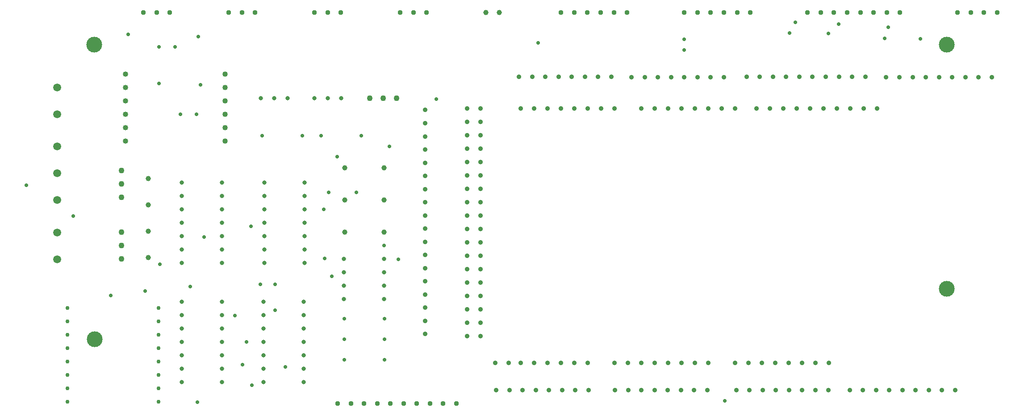
<source format=gbr>
%TF.GenerationSoftware,KiCad,Pcbnew,8.0.6*%
%TF.CreationDate,2024-12-20T15:34:35+02:00*%
%TF.ProjectId,Control_PCB,436f6e74-726f-46c5-9f50-43422e6b6963,rev?*%
%TF.SameCoordinates,Original*%
%TF.FileFunction,Plated,1,2,PTH,Drill*%
%TF.FilePolarity,Positive*%
%FSLAX46Y46*%
G04 Gerber Fmt 4.6, Leading zero omitted, Abs format (unit mm)*
G04 Created by KiCad (PCBNEW 8.0.6) date 2024-12-20 15:34:35*
%MOMM*%
%LPD*%
G01*
G04 APERTURE LIST*
%TA.AperFunction,ViaDrill*%
%ADD10C,0.700000*%
%TD*%
%TA.AperFunction,ComponentDrill*%
%ADD11C,0.700000*%
%TD*%
%TA.AperFunction,ComponentDrill*%
%ADD12C,0.762000*%
%TD*%
%TA.AperFunction,ComponentDrill*%
%ADD13C,0.800000*%
%TD*%
%TA.AperFunction,ComponentDrill*%
%ADD14C,0.900000*%
%TD*%
%TA.AperFunction,ComponentDrill*%
%ADD15C,0.950000*%
%TD*%
%TA.AperFunction,ComponentDrill*%
%ADD16C,1.000000*%
%TD*%
%TA.AperFunction,ComponentDrill*%
%ADD17C,1.016000*%
%TD*%
%TA.AperFunction,ComponentDrill*%
%ADD18C,1.100000*%
%TD*%
%TA.AperFunction,ComponentDrill*%
%ADD19C,1.520000*%
%TD*%
%TA.AperFunction,ViaDrill*%
%ADD20C,3.000000*%
%TD*%
G04 APERTURE END LIST*
D10*
X42870000Y-85542000D03*
X51816000Y-91440000D03*
X58928000Y-106532000D03*
X62230000Y-56950000D03*
X65452896Y-105664000D03*
X68072000Y-59358000D03*
X68072000Y-66260000D03*
X68220000Y-100584000D03*
X71120000Y-59358000D03*
X72136000Y-72136000D03*
X74000000Y-104768000D03*
X75184000Y-72136000D03*
X75300000Y-126700000D03*
X75470000Y-57410000D03*
X75949962Y-66540000D03*
X76600000Y-95430000D03*
X82390000Y-110310000D03*
X83900000Y-119600000D03*
X84599000Y-115316916D03*
X85440000Y-93390000D03*
X85609968Y-123532066D03*
X87280000Y-104350000D03*
X90070000Y-104360000D03*
X90070000Y-109270000D03*
X91990000Y-120030000D03*
X99270000Y-90126000D03*
X99469999Y-99457158D03*
X100200000Y-86900000D03*
X100823458Y-102855458D03*
X101800000Y-80200000D03*
X105500000Y-86900000D03*
X110700000Y-97000000D03*
X111760000Y-78232000D03*
X113400000Y-99600000D03*
X120650000Y-69280000D03*
X139921099Y-58561886D03*
X167640000Y-57912000D03*
X167640000Y-59944000D03*
X175340000Y-126490000D03*
X187600000Y-56710000D03*
X188710000Y-54660000D03*
X194940000Y-56820000D03*
X196880000Y-55020000D03*
X205627137Y-57747303D03*
X206310000Y-55610000D03*
X212430000Y-57820000D03*
D11*
%TO.C,R4*%
X87630000Y-76200000D03*
X95250000Y-76200000D03*
%TO.C,R5*%
X98806000Y-76200000D03*
%TO.C,R1*%
X103180000Y-110900000D03*
%TO.C,R2*%
X103180000Y-114800000D03*
%TO.C,R3*%
X103180000Y-118700000D03*
%TO.C,R5*%
X106426000Y-76200000D03*
%TO.C,R1*%
X110800000Y-110900000D03*
%TO.C,R2*%
X110800000Y-114800000D03*
%TO.C,R3*%
X110800000Y-118700000D03*
D12*
%TO.C,J100*%
X50673000Y-108839000D03*
X50673000Y-111379000D03*
X50673000Y-113919000D03*
X50673000Y-116459000D03*
X50673000Y-118999000D03*
X50673000Y-121539000D03*
X50673000Y-124079000D03*
X50673000Y-126619000D03*
%TO.C,J101*%
X67945000Y-108839000D03*
X67945000Y-111379000D03*
X67945000Y-113919000D03*
X67945000Y-116459000D03*
X67945000Y-118999000D03*
X67945000Y-121539000D03*
X67945000Y-124079000D03*
X67945000Y-126619000D03*
D13*
%TO.C,U5*%
X72363762Y-85108000D03*
X72363762Y-87648000D03*
X72363762Y-90188000D03*
X72363762Y-92728000D03*
X72363762Y-95268000D03*
X72363762Y-97808000D03*
X72363762Y-100348000D03*
%TO.C,U10*%
X72384000Y-107653000D03*
X72384000Y-110193000D03*
X72384000Y-112733000D03*
X72384000Y-115273000D03*
X72384000Y-117813000D03*
X72384000Y-120353000D03*
X72384000Y-122893000D03*
%TO.C,U5*%
X79983762Y-85108000D03*
X79983762Y-87648000D03*
X79983762Y-90188000D03*
X79983762Y-92728000D03*
X79983762Y-95268000D03*
X79983762Y-97808000D03*
X79983762Y-100348000D03*
%TO.C,U10*%
X80004000Y-107653000D03*
X80004000Y-110193000D03*
X80004000Y-112733000D03*
X80004000Y-115273000D03*
X80004000Y-117813000D03*
X80004000Y-120353000D03*
X80004000Y-122893000D03*
%TO.C,Q1*%
X87376000Y-69088000D03*
%TO.C,U11*%
X87884000Y-107653000D03*
X87884000Y-110193000D03*
X87884000Y-112733000D03*
X87884000Y-115273000D03*
X87884000Y-117813000D03*
X87884000Y-120353000D03*
X87884000Y-122893000D03*
%TO.C,U7*%
X87983762Y-85108000D03*
X87983762Y-87648000D03*
X87983762Y-90188000D03*
X87983762Y-92728000D03*
X87983762Y-95268000D03*
X87983762Y-97808000D03*
X87983762Y-100348000D03*
%TO.C,Q1*%
X89916000Y-69088000D03*
X92456000Y-69088000D03*
%TO.C,U11*%
X95504000Y-107653000D03*
X95504000Y-110193000D03*
X95504000Y-112733000D03*
X95504000Y-115273000D03*
X95504000Y-117813000D03*
X95504000Y-120353000D03*
X95504000Y-122893000D03*
%TO.C,U7*%
X95603762Y-85108000D03*
X95603762Y-87648000D03*
X95603762Y-90188000D03*
X95603762Y-92728000D03*
X95603762Y-95268000D03*
X95603762Y-97808000D03*
X95603762Y-100348000D03*
%TO.C,Q2*%
X97536000Y-69088000D03*
X100076000Y-69088000D03*
X102616000Y-69088000D03*
%TO.C,U9*%
X103124000Y-99568000D03*
X103124000Y-102108000D03*
X103124000Y-104648000D03*
X103124000Y-107188000D03*
X110744000Y-99568000D03*
X110744000Y-102108000D03*
X110744000Y-104648000D03*
X110744000Y-107188000D03*
D14*
%TO.C,J34*%
X118477365Y-71312000D03*
%TO.C,J35*%
X118477365Y-73812000D03*
%TO.C,J36*%
X118477365Y-76312000D03*
%TO.C,J37*%
X118477365Y-78812000D03*
%TO.C,J38*%
X118477365Y-81312000D03*
%TO.C,J39*%
X118477365Y-83812000D03*
%TO.C,J40*%
X118477365Y-86312000D03*
%TO.C,J41*%
X118477365Y-88812000D03*
%TO.C,J42*%
X118477365Y-91312000D03*
%TO.C,J43*%
X118477365Y-93812000D03*
%TO.C,J44*%
X118477365Y-96312000D03*
%TO.C,J45*%
X118477365Y-98812000D03*
%TO.C,J46*%
X118477365Y-101312000D03*
%TO.C,J47*%
X118477365Y-103812000D03*
%TO.C,J48*%
X118477365Y-106312000D03*
%TO.C,J49*%
X118477365Y-108812000D03*
%TO.C,J50*%
X118477365Y-111312000D03*
%TO.C,J51*%
X118477365Y-113812000D03*
%TO.C,A1*%
X126464143Y-71027000D03*
X126464143Y-73567000D03*
X126464143Y-76107000D03*
X126464143Y-78647000D03*
X126464143Y-81187000D03*
X126464143Y-83727000D03*
X126464143Y-86267000D03*
X126464143Y-88807000D03*
X126464143Y-91347000D03*
X126464143Y-93887000D03*
X126464143Y-96427000D03*
X126464143Y-98967000D03*
X126464143Y-101507000D03*
X126464143Y-104047000D03*
X126464143Y-106587000D03*
X126464143Y-109127000D03*
X126464143Y-111667000D03*
X126464143Y-114207000D03*
X129004143Y-71027000D03*
X129004143Y-73567000D03*
X129004143Y-76107000D03*
X129004143Y-78647000D03*
X129004143Y-81187000D03*
X129004143Y-83727000D03*
X129004143Y-86267000D03*
X129004143Y-88807000D03*
X129004143Y-91347000D03*
X129004143Y-93887000D03*
X129004143Y-96427000D03*
X129004143Y-98967000D03*
X129004143Y-101507000D03*
X129004143Y-104047000D03*
X129004143Y-106587000D03*
X129004143Y-109127000D03*
X129004143Y-111667000D03*
X129004143Y-114207000D03*
X131798143Y-119287000D03*
%TO.C,J33*%
X131984143Y-124424000D03*
%TO.C,A1*%
X134338143Y-119287000D03*
%TO.C,J32*%
X134484143Y-124424000D03*
%TO.C,J70*%
X136278000Y-64998000D03*
%TO.C,A1*%
X136624143Y-71027000D03*
X136624143Y-119287000D03*
%TO.C,J31*%
X136984143Y-124424000D03*
%TO.C,J71*%
X138778000Y-64998000D03*
%TO.C,A1*%
X139164143Y-71027000D03*
X139164143Y-119287000D03*
%TO.C,J30*%
X139484143Y-124424000D03*
%TO.C,J72*%
X141278000Y-64998000D03*
%TO.C,A1*%
X141704143Y-71027000D03*
X141704143Y-119287000D03*
%TO.C,J29*%
X141984143Y-124424000D03*
%TO.C,J73*%
X143778000Y-64998000D03*
%TO.C,A1*%
X144244143Y-71027000D03*
X144244143Y-119287000D03*
%TO.C,J28*%
X144484143Y-124424000D03*
%TO.C,J74*%
X146278000Y-64998000D03*
%TO.C,A1*%
X146784143Y-71027000D03*
X146784143Y-119287000D03*
%TO.C,J27*%
X146984143Y-124424000D03*
%TO.C,J75*%
X148778000Y-64998000D03*
%TO.C,A1*%
X149324143Y-71027000D03*
X149324143Y-119287000D03*
%TO.C,J26*%
X149484143Y-124424000D03*
%TO.C,J76*%
X151278000Y-64998000D03*
%TO.C,A1*%
X151864143Y-71027000D03*
%TO.C,J77*%
X153778000Y-64998000D03*
%TO.C,A1*%
X154404143Y-71027000D03*
X154404143Y-119287000D03*
%TO.C,J25*%
X154484143Y-124424000D03*
%TO.C,A1*%
X156944143Y-119287000D03*
%TO.C,J24*%
X156984143Y-124424000D03*
%TO.C,J69*%
X157614000Y-65078000D03*
%TO.C,A1*%
X159484143Y-71027000D03*
X159484143Y-119287000D03*
%TO.C,J23*%
X159484143Y-124424000D03*
%TO.C,J68*%
X160114000Y-65078000D03*
%TO.C,J22*%
X161984143Y-124424000D03*
%TO.C,A1*%
X162024143Y-71027000D03*
X162024143Y-119287000D03*
%TO.C,J67*%
X162614000Y-65078000D03*
%TO.C,J21*%
X164484143Y-124424000D03*
%TO.C,A1*%
X164564143Y-71027000D03*
X164564143Y-119287000D03*
%TO.C,J66*%
X165114000Y-65078000D03*
%TO.C,J20*%
X166984143Y-124424000D03*
%TO.C,A1*%
X167104143Y-71027000D03*
X167104143Y-119287000D03*
%TO.C,J65*%
X167614000Y-65078000D03*
%TO.C,J19*%
X169484143Y-124424000D03*
%TO.C,A1*%
X169644143Y-71027000D03*
X169644143Y-119287000D03*
%TO.C,J64*%
X170114000Y-65078000D03*
%TO.C,J18*%
X171984143Y-124424000D03*
%TO.C,A1*%
X172184143Y-71027000D03*
X172184143Y-119287000D03*
%TO.C,J63*%
X172614000Y-65078000D03*
%TO.C,A1*%
X174724143Y-71027000D03*
%TO.C,J62*%
X175114000Y-65078000D03*
%TO.C,A1*%
X177264143Y-71027000D03*
X177264143Y-119287000D03*
%TO.C,J17*%
X177484143Y-124424000D03*
%TO.C,J61*%
X179444000Y-65024000D03*
%TO.C,A1*%
X179804143Y-119287000D03*
%TO.C,J16*%
X179984143Y-124424000D03*
%TO.C,A1*%
X181328143Y-71027000D03*
%TO.C,J60*%
X181944000Y-65024000D03*
%TO.C,A1*%
X182344143Y-119287000D03*
%TO.C,J15*%
X182484143Y-124424000D03*
%TO.C,A1*%
X183868143Y-71027000D03*
%TO.C,J59*%
X184444000Y-65024000D03*
%TO.C,A1*%
X184884143Y-119287000D03*
%TO.C,J14*%
X184984143Y-124424000D03*
%TO.C,A1*%
X186408143Y-71027000D03*
%TO.C,J58*%
X186944000Y-65024000D03*
%TO.C,A1*%
X187424143Y-119287000D03*
%TO.C,J13*%
X187484143Y-124424000D03*
%TO.C,A1*%
X188948143Y-71027000D03*
%TO.C,J57*%
X189444000Y-65024000D03*
%TO.C,A1*%
X189964143Y-119287000D03*
%TO.C,J12*%
X189984143Y-124424000D03*
%TO.C,A1*%
X191488143Y-71027000D03*
%TO.C,J56*%
X191944000Y-65024000D03*
%TO.C,J11*%
X192484143Y-124424000D03*
%TO.C,A1*%
X192504143Y-119287000D03*
X194028143Y-71027000D03*
%TO.C,J55*%
X194444000Y-65024000D03*
%TO.C,J10*%
X194984143Y-124424000D03*
%TO.C,A1*%
X195044143Y-119287000D03*
X196568143Y-71027000D03*
%TO.C,J54*%
X196944000Y-65024000D03*
%TO.C,J95*%
X198984143Y-124424000D03*
%TO.C,A1*%
X199108143Y-71027000D03*
%TO.C,J53*%
X199444000Y-65024000D03*
%TO.C,J94*%
X201484143Y-124424000D03*
%TO.C,A1*%
X201648143Y-71027000D03*
%TO.C,J52*%
X201944000Y-65024000D03*
%TO.C,J93*%
X203984143Y-124424000D03*
%TO.C,A1*%
X204188143Y-71027000D03*
%TO.C,J78*%
X205914000Y-65078000D03*
%TO.C,J92*%
X206484143Y-124424000D03*
%TO.C,J79*%
X208414000Y-65078000D03*
%TO.C,J91*%
X208984143Y-124424000D03*
%TO.C,J80*%
X210914000Y-65078000D03*
%TO.C,J90*%
X211484143Y-124424000D03*
%TO.C,J81*%
X213414000Y-65078000D03*
%TO.C,J89*%
X213984143Y-124424000D03*
%TO.C,J82*%
X215914000Y-65078000D03*
%TO.C,J88*%
X216484143Y-124424000D03*
%TO.C,J83*%
X218414000Y-65078000D03*
%TO.C,J87*%
X218984143Y-124424000D03*
%TO.C,J84*%
X220914000Y-65078000D03*
%TO.C,J85*%
X223414000Y-65078000D03*
%TO.C,J86*%
X225914000Y-65078000D03*
D15*
%TO.C,J2*%
X65104000Y-52832000D03*
X67604000Y-52832000D03*
X70104000Y-52832000D03*
%TO.C,J1*%
X81280000Y-52832000D03*
X83780000Y-52832000D03*
X86280000Y-52832000D03*
%TO.C,J3*%
X97536000Y-52832000D03*
X100036000Y-52832000D03*
%TO.C,J98*%
X101920000Y-127000000D03*
%TO.C,J3*%
X102536000Y-52832000D03*
%TO.C,J98*%
X104420000Y-127000000D03*
X106920000Y-127000000D03*
X109420000Y-127000000D03*
X111920000Y-127000000D03*
%TO.C,J97*%
X113792000Y-52832000D03*
%TO.C,J98*%
X114420000Y-127000000D03*
%TO.C,J97*%
X116292000Y-52832000D03*
%TO.C,J98*%
X116920000Y-127000000D03*
%TO.C,J97*%
X118792000Y-52832000D03*
%TO.C,J98*%
X119420000Y-127000000D03*
X121920000Y-127000000D03*
X124420000Y-127000000D03*
%TO.C,J6*%
X144272000Y-52832000D03*
X146772000Y-52832000D03*
X149272000Y-52832000D03*
X151772000Y-52832000D03*
X154272000Y-52832000D03*
X156772000Y-52832000D03*
%TO.C,J5*%
X167640000Y-52832000D03*
X170140000Y-52832000D03*
X172640000Y-52832000D03*
X175140000Y-52832000D03*
X177640000Y-52832000D03*
X180140000Y-52832000D03*
%TO.C,J4*%
X191008000Y-52832000D03*
X193508000Y-52832000D03*
X196008000Y-52832000D03*
X198508000Y-52832000D03*
X201008000Y-52832000D03*
X203508000Y-52832000D03*
X206008000Y-52832000D03*
X208508000Y-52832000D03*
%TO.C,J99*%
X219456000Y-52832000D03*
X221956000Y-52832000D03*
X224456000Y-52832000D03*
X226956000Y-52832000D03*
D16*
%TO.C,D1*%
X66040000Y-84328000D03*
X66040000Y-89328000D03*
X66040000Y-94328000D03*
X66040000Y-99328000D03*
%TO.C,C3*%
X103244000Y-82296000D03*
%TO.C,C2*%
X103244000Y-88392000D03*
%TO.C,C1*%
X103244000Y-94488000D03*
%TO.C,C3*%
X110744000Y-82296000D03*
%TO.C,C2*%
X110744000Y-88392000D03*
%TO.C,C1*%
X110744000Y-94488000D03*
%TO.C,J96*%
X130048000Y-52832000D03*
X132548000Y-52832000D03*
D17*
%TO.C,U8*%
X61684762Y-64463000D03*
X61684762Y-67003000D03*
X61684762Y-69543000D03*
X61684762Y-72083000D03*
X61684762Y-74623000D03*
X61684762Y-77163000D03*
%TO.C,U6*%
X80549762Y-64488000D03*
X80549762Y-67028000D03*
X80549762Y-69568000D03*
X80549762Y-72108000D03*
X80549762Y-74648000D03*
X80549762Y-77188000D03*
D18*
%TO.C,U4*%
X60889000Y-82804000D03*
X60889000Y-85344000D03*
X60889000Y-87884000D03*
%TO.C,U2*%
X60889000Y-94488000D03*
X60889000Y-97028000D03*
X60889000Y-99568000D03*
%TO.C,U1*%
X108000000Y-69100000D03*
X110540000Y-69100000D03*
X113080000Y-69100000D03*
D19*
%TO.C,J7*%
X48768000Y-67056000D03*
X48768000Y-72136000D03*
%TO.C,J8*%
X48768000Y-78232000D03*
X48768000Y-83312000D03*
X48768000Y-88392000D03*
%TO.C,J9*%
X48768000Y-94530000D03*
X48768000Y-99610000D03*
%TD*%
D20*
X55800000Y-58900000D03*
X55880000Y-114808000D03*
X217400000Y-58900000D03*
X217400000Y-105200000D03*
M02*

</source>
